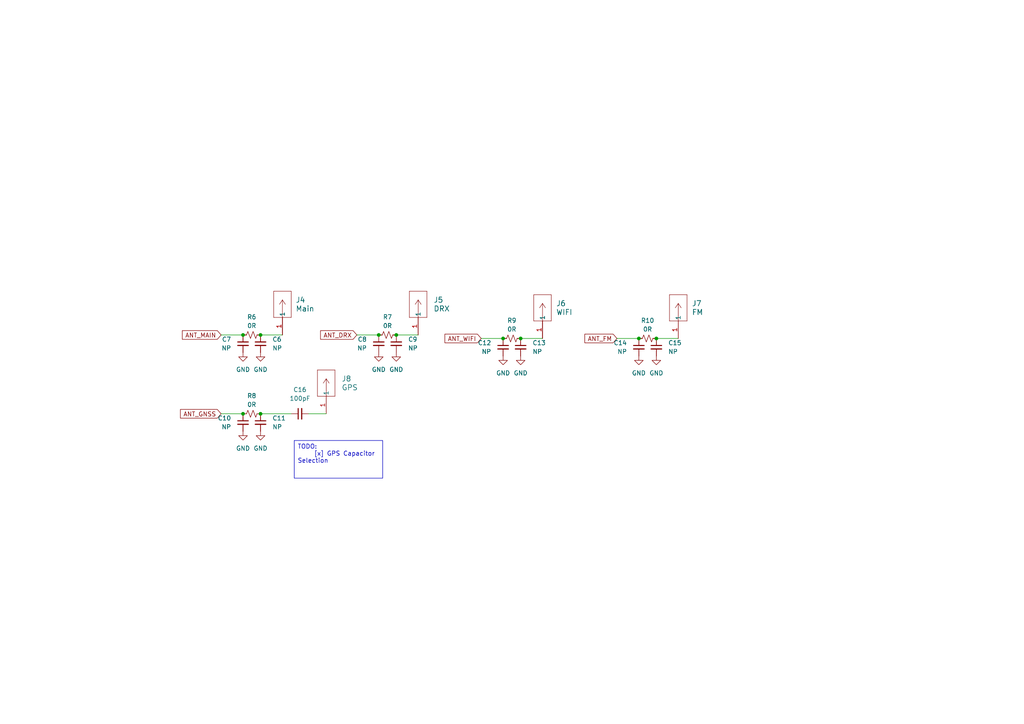
<source format=kicad_sch>
(kicad_sch (version 20230121) (generator eeschema)
  (paper "A4")
  (title_block (title "FusionX") (date "2023-08-17") (rev "1") (company "NoahGWood") (comment 1 "License: The Unlicense") (comment 2 "twitch.tv/u/noahgwood") (comment 3 "Developed Live On:") (comment 4 "SC600Y Based Smartphone"))
  (lib_symbols
    (symbol "Device:C_Small" (pin_numbers hide) (pin_names (offset 0.254) hide)
      (property "Reference" "C" (at 0.254 1.778 0))
      (property "Value" "C_Small" (at 0.254 -2.032 0))
      (symbol "C_Small_0_1"
        (polyline (pts (xy -1.524 -0.508) (xy 1.524 -0.508)) (stroke (width 0.3302)))
        (polyline (pts (xy -1.524 0.508) (xy 1.524 0.508)) (stroke (width 0.3048)))
      )
      (symbol "C_Small_1_1"
        (pin passive line (at 0 2.54 270) (length 2.032) (name "~") (number "1"))
        (pin passive line (at 0 -2.54 90) (length 2.032) (name "~") (number "2"))
      )
    )
    (symbol "Device:R_Small_US" (pin_numbers hide) (pin_names (offset 0.254) hide)
      (property "Reference" "R" (at 0.762 0.508 0))
      (property "Value" "R_Small_US" (at 0.762 -1.016 0))
      (symbol "R_Small_US_1_1"
        (polyline (pts (xy 0 0) (xy 1.016 -0.381) (xy 0 -0.762) (xy -1.016 -1.143) (xy 0 -1.524)))
        (polyline (pts (xy 0 1.524) (xy 1.016 1.143) (xy 0 0.762) (xy -1.016 0.381) (xy 0 0)))
        (pin passive line (at 0 2.54 270) (length 1.016) (name "~") (number "1"))
        (pin passive line (at 0 -2.54 90) (length 1.016) (name "~") (number "2"))
      )
    )
    (symbol "deeznutz2.0:U.FL-R-SMT-110" (pin_names (offset 0.254))
      (property "Reference" "J" (at 8.89 6.35 0))
      (property "Value" "U.FL-R-SMT-110" (at 0 0 0))
      (symbol "U.FL-R-SMT-110_1_1"
        (polyline (pts (xy 5.08 -2.54) (xy 12.7 -2.54)) (stroke (width 0.127)))
        (polyline (pts (xy 5.08 2.54) (xy 5.08 -2.54)) (stroke (width 0.127)))
        (polyline (pts (xy 10.16 0) (xy 5.08 0)) (stroke (width 0.127)))
        (polyline (pts (xy 10.16 0) (xy 8.89 -0.8467)) (stroke (width 0.127)))
        (polyline (pts (xy 10.16 0) (xy 8.89 0.8467)) (stroke (width 0.127)))
        (polyline (pts (xy 12.7 -2.54) (xy 12.7 2.54)) (stroke (width 0.127)))
        (polyline (pts (xy 12.7 2.54) (xy 5.08 2.54)) (stroke (width 0.127)))
        (pin unspecified line (at 0 0 0) (length 5.08) (name "1") (number "1"))
      )
      (symbol "U.FL-R-SMT-110_1_2"
        (polyline (pts (xy 5.08 -2.54) (xy 12.7 -2.54)) (stroke (width 0.127)))
        (polyline (pts (xy 5.08 2.54) (xy 5.08 -2.54)) (stroke (width 0.127)))
        (polyline (pts (xy 7.62 0) (xy 5.08 0)) (stroke (width 0.127)))
        (polyline (pts (xy 7.62 0) (xy 8.89 -0.8467)) (stroke (width 0.127)))
        (polyline (pts (xy 7.62 0) (xy 8.89 0.8467)) (stroke (width 0.127)))
        (polyline (pts (xy 12.7 -2.54) (xy 12.7 2.54)) (stroke (width 0.127)))
        (polyline (pts (xy 12.7 2.54) (xy 5.08 2.54)) (stroke (width 0.127)))
        (pin unspecified line (at 0 0 0) (length 5.08) (name "1") (number "1"))
      )
    )
    (symbol "power:GND" (power) (pin_names (offset 0))
      (property "Value" "GND" (at 0 -3.81 0))
      (symbol "GND_0_1"
        (polyline (pts (xy 0 0) (xy 0 -1.27) (xy 1.27 -1.27) (xy 0 -2.54) (xy -1.27 -1.27) (xy 0 -1.27)))
      )
      (symbol "GND_1_1"
        (pin power_in line (at 0 0 270) (length 0) hide (name "GND") (number "1"))
      )
    )
  )
  (junction (at 190.373 98.171))
  (junction (at 145.923 98.171))
  (junction (at 114.935 97.155))
  (junction (at 151.003 98.171))
  (junction (at 75.565 120.015))
  (junction (at 185.293 98.171))
  (junction (at 75.565 97.155))
  (junction (at 109.855 97.155))
  (junction (at 70.485 120.015))
  (junction (at 70.485 97.155))
  (wire (pts (xy 89.535 120.015) (xy 94.615 120.015)))
  (wire (pts (xy 75.565 97.155) (xy 81.915 97.155)))
  (wire (pts (xy 64.135 97.155) (xy 70.485 97.155)))
  (wire (pts (xy 139.573 98.171) (xy 145.923 98.171)))
  (wire (pts (xy 103.505 97.155) (xy 109.855 97.155)))
  (wire (pts (xy 178.943 98.171) (xy 185.293 98.171)))
  (wire (pts (xy 114.935 97.155) (xy 121.285 97.155)))
  (wire (pts (xy 190.373 98.171) (xy 196.723 98.171)))
  (wire (pts (xy 151.003 98.171) (xy 157.353 98.171)))
  (wire (pts (xy 64.135 120.015) (xy 70.485 120.015)))
  (wire (pts (xy 75.565 120.015) (xy 84.455 120.015)))
  (text_box "TODO:\n	[x] GPS Capacitor Selection" (at 85.344 127.762 0) (size 25.654 10.922) (effects (font (size 1.27 1.27)) (justify left top)))
  (global_label "ANT_DRX" (shape input) (at 103.505 97.155 180) (property "Intersheetrefs" "${INTERSHEET_REFS}" (effects hide)))
  (global_label "ANT_MAIN" (shape input) (at 64.135 97.155 180) (property "Intersheetrefs" "${INTERSHEET_REFS}" (effects hide)))
  (global_label "ANT_FM" (shape input) (at 178.943 98.171 180) (property "Intersheetrefs" "${INTERSHEET_REFS}" (effects hide)))
  (global_label "ANT_WIFI" (shape input) (at 139.573 98.171 180) (property "Intersheetrefs" "${INTERSHEET_REFS}" (effects hide)))
  (global_label "ANT_GNSS" (shape input) (at 64.135 120.015 180) (property "Intersheetrefs" "${INTERSHEET_REFS}" (effects hide)))
  (symbol (lib_id "power:GND") (at 145.923 103.251 0) (unit 1)
    (property "Reference" "#PWR057" (effects hide))
    (property "Value" "GND" (at 145.923 108.204 0))
  )
  (symbol (lib_id "power:GND") (at 114.935 102.235 0) (unit 1)
    (property "Reference" "#PWR054" (effects hide))
    (property "Value" "GND" (at 114.935 107.188 0))
  )
  (symbol (lib_id "power:GND") (at 75.565 125.095 0) (unit 1)
    (property "Reference" "#PWR056" (effects hide))
    (property "Value" "GND" (at 75.565 130.048 0))
  )
  (symbol (lib_id "Device:C_Small") (at 185.293 100.711 0) (mirror y) (unit 1)
    (property "Reference" "C14" (at 181.864 99.4473 0) (effects (justify left)))
    (property "Value" "NP" (at 181.864 101.9873 0) (effects (justify left)))
  )
  (symbol (lib_id "Device:C_Small") (at 75.565 122.555 0) (unit 1)
    (property "Reference" "C11" (at 78.994 121.2913 0) (effects (justify left)))
    (property "Value" "NP" (at 78.994 123.8313 0) (effects (justify left)))
  )
  (symbol (lib_id "power:GND") (at 75.565 102.235 0) (unit 1)
    (property "Reference" "#PWR052" (effects hide))
    (property "Value" "GND" (at 75.565 107.188 0))
  )
  (symbol (lib_id "Device:C_Small") (at 70.485 122.555 0) (mirror y) (unit 1)
    (property "Reference" "C10" (at 67.056 121.2913 0) (effects (justify left)))
    (property "Value" "NP" (at 67.056 123.8313 0) (effects (justify left)))
  )
  (symbol (lib_id "Device:C_Small") (at 151.003 100.711 0) (unit 1)
    (property "Reference" "C13" (at 154.432 99.4473 0) (effects (justify left)))
    (property "Value" "NP" (at 154.432 101.9873 0) (effects (justify left)))
  )
  (symbol (lib_id "Device:C_Small") (at 190.373 100.711 0) (unit 1)
    (property "Reference" "C15" (at 193.802 99.4473 0) (effects (justify left)))
    (property "Value" "NP" (at 193.802 101.9873 0) (effects (justify left)))
  )
  (symbol (lib_id "power:GND") (at 151.003 103.251 0) (unit 1)
    (property "Reference" "#PWR058" (effects hide))
    (property "Value" "GND" (at 151.003 108.204 0))
  )
  (symbol (lib_id "Device:C_Small") (at 75.565 99.695 0) (unit 1)
    (property "Reference" "C6" (at 78.994 98.4313 0) (effects (justify left)))
    (property "Value" "NP" (at 78.994 100.9713 0) (effects (justify left)))
  )
  (symbol (lib_id "deeznutz2.0:U.FL-R-SMT-110") (at 81.915 97.155 90) (unit 1)
    (property "Reference" "J4" (at 85.725 86.995 90) (effects (font (size 1.524 1.524)) (justify right)))
    (property "Value" "Main" (at 85.725 89.535 90) (effects (font (size 1.524 1.524)) (justify right)))
    (property "Footprint" "CONN_U.FL-R-SMT-110_HIR" (effects hide))
    (property "Datasheet" "U.FL-R-SMT-110" (effects hide))
  )
  (symbol (lib_id "power:GND") (at 70.485 125.095 0) (unit 1)
    (property "Reference" "#PWR055" (effects hide))
    (property "Value" "GND" (at 70.485 130.048 0))
  )
  (symbol (lib_id "Device:R_Small_US") (at 73.025 97.155 90) (unit 1)
    (property "Reference" "R6" (at 73.025 91.948 90))
    (property "Value" "0R" (at 73.025 94.488 90))
  )
  (symbol (lib_id "Device:R_Small_US") (at 148.463 98.171 90) (unit 1)
    (property "Reference" "R9" (at 148.463 92.964 90))
    (property "Value" "0R" (at 148.463 95.504 90))
  )
  (symbol (lib_id "Device:R_Small_US") (at 73.025 120.015 90) (unit 1)
    (property "Reference" "R8" (at 73.025 114.808 90))
    (property "Value" "0R" (at 73.025 117.348 90))
  )
  (symbol (lib_id "Device:C_Small") (at 145.923 100.711 0) (mirror y) (unit 1)
    (property "Reference" "C12" (at 142.494 99.4473 0) (effects (justify left)))
    (property "Value" "NP" (at 142.494 101.9873 0) (effects (justify left)))
  )
  (symbol (lib_id "power:GND") (at 185.293 103.251 0) (unit 1)
    (property "Reference" "#PWR059" (effects hide))
    (property "Value" "GND" (at 185.293 108.204 0))
  )
  (symbol (lib_id "Device:R_Small_US") (at 112.395 97.155 90) (unit 1)
    (property "Reference" "R7" (at 112.395 91.948 90))
    (property "Value" "0R" (at 112.395 94.488 90))
  )
  (symbol (lib_id "deeznutz2.0:U.FL-R-SMT-110") (at 94.615 120.015 90) (unit 1)
    (property "Reference" "J8" (at 99.06 109.855 90) (effects (font (size 1.524 1.524)) (justify right)))
    (property "Value" "GPS" (at 99.06 112.395 90) (effects (font (size 1.524 1.524)) (justify right)))
    (property "Footprint" "CONN_U.FL-R-SMT-110_HIR" (effects hide))
    (property "Datasheet" "U.FL-R-SMT-110" (effects hide))
  )
  (symbol (lib_id "deeznutz2.0:U.FL-R-SMT-110") (at 121.285 97.155 90) (unit 1)
    (property "Reference" "J5" (at 125.73 86.995 90) (effects (font (size 1.524 1.524)) (justify right)))
    (property "Value" "DRX" (at 125.73 89.535 90) (effects (font (size 1.524 1.524)) (justify right)))
    (property "Footprint" "CONN_U.FL-R-SMT-110_HIR" (effects hide))
    (property "Datasheet" "U.FL-R-SMT-110" (effects hide))
  )
  (symbol (lib_id "Device:C_Small") (at 114.935 99.695 0) (unit 1)
    (property "Reference" "C9" (at 118.364 98.4313 0) (effects (justify left)))
    (property "Value" "NP" (at 118.364 100.9713 0) (effects (justify left)))
  )
  (symbol (lib_id "Device:C_Small") (at 109.855 99.695 0) (mirror y) (unit 1)
    (property "Reference" "C8" (at 106.426 98.4313 0) (effects (justify left)))
    (property "Value" "NP" (at 106.426 100.9713 0) (effects (justify left)))
  )
  (symbol (lib_id "power:GND") (at 109.855 102.235 0) (unit 1)
    (property "Reference" "#PWR053" (effects hide))
    (property "Value" "GND" (at 109.855 107.188 0))
  )
  (symbol (lib_id "Device:R_Small_US") (at 187.833 98.171 90) (unit 1)
    (property "Reference" "R10" (at 187.833 92.964 90))
    (property "Value" "0R" (at 187.833 95.504 90))
  )
  (symbol (lib_id "power:GND") (at 190.373 103.251 0) (unit 1)
    (property "Reference" "#PWR060" (effects hide))
    (property "Value" "GND" (at 190.373 108.204 0))
  )
  (symbol (lib_id "power:GND") (at 70.485 102.235 0) (unit 1)
    (property "Reference" "#PWR051" (effects hide))
    (property "Value" "GND" (at 70.485 107.188 0))
  )
  (symbol (lib_id "Device:C_Small") (at 70.485 99.695 0) (mirror y) (unit 1)
    (property "Reference" "C7" (at 67.056 98.4313 0) (effects (justify left)))
    (property "Value" "NP" (at 67.056 100.9713 0) (effects (justify left)))
  )
  (symbol (lib_id "deeznutz2.0:U.FL-R-SMT-110") (at 196.723 98.171 90) (unit 1)
    (property "Reference" "J7" (at 200.66 88.011 90) (effects (font (size 1.524 1.524)) (justify right)))
    (property "Value" "FM" (at 200.66 90.551 90) (effects (font (size 1.524 1.524)) (justify right)))
    (property "Footprint" "CONN_U.FL-R-SMT-110_HIR" (effects hide))
    (property "Datasheet" "U.FL-R-SMT-110" (effects hide))
  )
  (symbol (lib_id "Device:C_Small") (at 86.995 120.015 90) (unit 1)
    (property "Reference" "C16" (at 87.0013 113.03 90))
    (property "Value" "100pF" (at 87.0013 115.57 90))
    (property "Footprint" "Capacitor_SMD:C_0805_2012Metric" (effects hide))
    (property "LCSC#" "C1790" (effects hide))
  )
  (symbol (lib_id "deeznutz2.0:U.FL-R-SMT-110") (at 157.353 98.171 90) (unit 1)
    (property "Reference" "J6" (at 161.29 88.011 90) (effects (font (size 1.524 1.524)) (justify right)))
    (property "Value" "WIFI" (at 161.29 90.551 90) (effects (font (size 1.524 1.524)) (justify right)))
    (property "Footprint" "CONN_U.FL-R-SMT-110_HIR" (effects hide))
    (property "Datasheet" "U.FL-R-SMT-110" (effects hide))
  )
)
</source>
